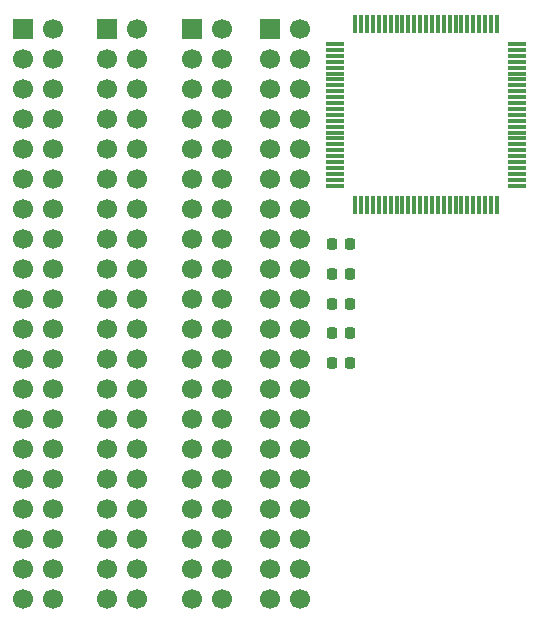
<source format=gts>
%TF.GenerationSoftware,KiCad,Pcbnew,9.0.3*%
%TF.CreationDate,2025-08-17T12:54:53+10:00*%
%TF.ProjectId,auto,6175746f-2e6b-4696-9361-645f70636258,rev?*%
%TF.SameCoordinates,Original*%
%TF.FileFunction,Soldermask,Top*%
%TF.FilePolarity,Negative*%
%FSLAX46Y46*%
G04 Gerber Fmt 4.6, Leading zero omitted, Abs format (unit mm)*
G04 Created by KiCad (PCBNEW 9.0.3) date 2025-08-17 12:54:53*
%MOMM*%
%LPD*%
G01*
G04 APERTURE LIST*
G04 Aperture macros list*
%AMRoundRect*
0 Rectangle with rounded corners*
0 $1 Rounding radius*
0 $2 $3 $4 $5 $6 $7 $8 $9 X,Y pos of 4 corners*
0 Add a 4 corners polygon primitive as box body*
4,1,4,$2,$3,$4,$5,$6,$7,$8,$9,$2,$3,0*
0 Add four circle primitives for the rounded corners*
1,1,$1+$1,$2,$3*
1,1,$1+$1,$4,$5*
1,1,$1+$1,$6,$7*
1,1,$1+$1,$8,$9*
0 Add four rect primitives between the rounded corners*
20,1,$1+$1,$2,$3,$4,$5,0*
20,1,$1+$1,$4,$5,$6,$7,0*
20,1,$1+$1,$6,$7,$8,$9,0*
20,1,$1+$1,$8,$9,$2,$3,0*%
G04 Aperture macros list end*
%ADD10R,1.700000X1.700000*%
%ADD11C,1.700000*%
%ADD12RoundRect,0.225000X-0.225000X-0.250000X0.225000X-0.250000X0.225000X0.250000X-0.225000X0.250000X0*%
%ADD13RoundRect,0.075000X-0.725000X-0.075000X0.725000X-0.075000X0.725000X0.075000X-0.725000X0.075000X0*%
%ADD14RoundRect,0.075000X-0.075000X-0.725000X0.075000X-0.725000X0.075000X0.725000X-0.075000X0.725000X0*%
G04 APERTURE END LIST*
D10*
%TO.C,J4*%
X138460000Y-46240000D03*
D11*
X141000000Y-46240000D03*
X138460000Y-48780000D03*
X141000000Y-48780000D03*
X138460000Y-51320000D03*
X141000000Y-51320000D03*
X138460000Y-53860000D03*
X141000000Y-53860000D03*
X138460000Y-56400000D03*
X141000000Y-56400000D03*
X138460000Y-58940000D03*
X141000000Y-58940000D03*
X138460000Y-61480000D03*
X141000000Y-61480000D03*
X138460000Y-64020000D03*
X141000000Y-64020000D03*
X138460000Y-66560000D03*
X141000000Y-66560000D03*
X138460000Y-69100000D03*
X141000000Y-69100000D03*
X138460000Y-71640000D03*
X141000000Y-71640000D03*
X138460000Y-74180000D03*
X141000000Y-74180000D03*
X138460000Y-76720000D03*
X141000000Y-76720000D03*
X138460000Y-79260000D03*
X141000000Y-79260000D03*
X138460000Y-81800000D03*
X141000000Y-81800000D03*
X138460000Y-84340000D03*
X141000000Y-84340000D03*
X138460000Y-86880000D03*
X141000000Y-86880000D03*
X138460000Y-89420000D03*
X141000000Y-89420000D03*
X138460000Y-91960000D03*
X141000000Y-91960000D03*
X138460000Y-94500000D03*
X141000000Y-94500000D03*
%TD*%
D10*
%TO.C,J1*%
X117540000Y-46240000D03*
D11*
X120080000Y-46240000D03*
X117540000Y-48780000D03*
X120080000Y-48780000D03*
X117540000Y-51320000D03*
X120080000Y-51320000D03*
X117540000Y-53860000D03*
X120080000Y-53860000D03*
X117540000Y-56400000D03*
X120080000Y-56400000D03*
X117540000Y-58940000D03*
X120080000Y-58940000D03*
X117540000Y-61480000D03*
X120080000Y-61480000D03*
X117540000Y-64020000D03*
X120080000Y-64020000D03*
X117540000Y-66560000D03*
X120080000Y-66560000D03*
X117540000Y-69100000D03*
X120080000Y-69100000D03*
X117540000Y-71640000D03*
X120080000Y-71640000D03*
X117540000Y-74180000D03*
X120080000Y-74180000D03*
X117540000Y-76720000D03*
X120080000Y-76720000D03*
X117540000Y-79260000D03*
X120080000Y-79260000D03*
X117540000Y-81800000D03*
X120080000Y-81800000D03*
X117540000Y-84340000D03*
X120080000Y-84340000D03*
X117540000Y-86880000D03*
X120080000Y-86880000D03*
X117540000Y-89420000D03*
X120080000Y-89420000D03*
X117540000Y-91960000D03*
X120080000Y-91960000D03*
X117540000Y-94500000D03*
X120080000Y-94500000D03*
%TD*%
D12*
%TO.C,C2*%
X143725000Y-66980000D03*
X145275000Y-66980000D03*
%TD*%
%TO.C,C1*%
X143725000Y-64470000D03*
X145275000Y-64470000D03*
%TD*%
%TO.C,C3*%
X143725000Y-69490000D03*
X145275000Y-69490000D03*
%TD*%
%TO.C,C1_2*%
X143725000Y-74510000D03*
X145275000Y-74510000D03*
%TD*%
D10*
%TO.C,J2*%
X124680000Y-46240000D03*
D11*
X127220000Y-46240000D03*
X124680000Y-48780000D03*
X127220000Y-48780000D03*
X124680000Y-51320000D03*
X127220000Y-51320000D03*
X124680000Y-53860000D03*
X127220000Y-53860000D03*
X124680000Y-56400000D03*
X127220000Y-56400000D03*
X124680000Y-58940000D03*
X127220000Y-58940000D03*
X124680000Y-61480000D03*
X127220000Y-61480000D03*
X124680000Y-64020000D03*
X127220000Y-64020000D03*
X124680000Y-66560000D03*
X127220000Y-66560000D03*
X124680000Y-69100000D03*
X127220000Y-69100000D03*
X124680000Y-71640000D03*
X127220000Y-71640000D03*
X124680000Y-74180000D03*
X127220000Y-74180000D03*
X124680000Y-76720000D03*
X127220000Y-76720000D03*
X124680000Y-79260000D03*
X127220000Y-79260000D03*
X124680000Y-81800000D03*
X127220000Y-81800000D03*
X124680000Y-84340000D03*
X127220000Y-84340000D03*
X124680000Y-86880000D03*
X127220000Y-86880000D03*
X124680000Y-89420000D03*
X127220000Y-89420000D03*
X124680000Y-91960000D03*
X127220000Y-91960000D03*
X124680000Y-94500000D03*
X127220000Y-94500000D03*
%TD*%
D13*
%TO.C,U1*%
X144000000Y-47500000D03*
X144000000Y-48000000D03*
X144000000Y-48500000D03*
X144000000Y-49000000D03*
X144000000Y-49500000D03*
X144000000Y-50000000D03*
X144000000Y-50500000D03*
X144000000Y-51000000D03*
X144000000Y-51500000D03*
X144000000Y-52000000D03*
X144000000Y-52500000D03*
X144000000Y-53000000D03*
X144000000Y-53500000D03*
X144000000Y-54000000D03*
X144000000Y-54500000D03*
X144000000Y-55000000D03*
X144000000Y-55500000D03*
X144000000Y-56000000D03*
X144000000Y-56500000D03*
X144000000Y-57000000D03*
X144000000Y-57500000D03*
X144000000Y-58000000D03*
X144000000Y-58500000D03*
X144000000Y-59000000D03*
X144000000Y-59500000D03*
D14*
X145675000Y-61175000D03*
X146175000Y-61175000D03*
X146675000Y-61175000D03*
X147175000Y-61175000D03*
X147675000Y-61175000D03*
X148175000Y-61175000D03*
X148675000Y-61175000D03*
X149175000Y-61175000D03*
X149675000Y-61175000D03*
X150175000Y-61175000D03*
X150675000Y-61175000D03*
X151175000Y-61175000D03*
X151675000Y-61175000D03*
X152175000Y-61175000D03*
X152675000Y-61175000D03*
X153175000Y-61175000D03*
X153675000Y-61175000D03*
X154175000Y-61175000D03*
X154675000Y-61175000D03*
X155175000Y-61175000D03*
X155675000Y-61175000D03*
X156175000Y-61175000D03*
X156675000Y-61175000D03*
X157175000Y-61175000D03*
X157675000Y-61175000D03*
D13*
X159350000Y-59500000D03*
X159350000Y-59000000D03*
X159350000Y-58500000D03*
X159350000Y-58000000D03*
X159350000Y-57500000D03*
X159350000Y-57000000D03*
X159350000Y-56500000D03*
X159350000Y-56000000D03*
X159350000Y-55500000D03*
X159350000Y-55000000D03*
X159350000Y-54500000D03*
X159350000Y-54000000D03*
X159350000Y-53500000D03*
X159350000Y-53000000D03*
X159350000Y-52500000D03*
X159350000Y-52000000D03*
X159350000Y-51500000D03*
X159350000Y-51000000D03*
X159350000Y-50500000D03*
X159350000Y-50000000D03*
X159350000Y-49500000D03*
X159350000Y-49000000D03*
X159350000Y-48500000D03*
X159350000Y-48000000D03*
X159350000Y-47500000D03*
D14*
X157675000Y-45825000D03*
X157175000Y-45825000D03*
X156675000Y-45825000D03*
X156175000Y-45825000D03*
X155675000Y-45825000D03*
X155175000Y-45825000D03*
X154675000Y-45825000D03*
X154175000Y-45825000D03*
X153675000Y-45825000D03*
X153175000Y-45825000D03*
X152675000Y-45825000D03*
X152175000Y-45825000D03*
X151675000Y-45825000D03*
X151175000Y-45825000D03*
X150675000Y-45825000D03*
X150175000Y-45825000D03*
X149675000Y-45825000D03*
X149175000Y-45825000D03*
X148675000Y-45825000D03*
X148175000Y-45825000D03*
X147675000Y-45825000D03*
X147175000Y-45825000D03*
X146675000Y-45825000D03*
X146175000Y-45825000D03*
X145675000Y-45825000D03*
%TD*%
D10*
%TO.C,J3*%
X131820000Y-46240000D03*
D11*
X134360000Y-46240000D03*
X131820000Y-48780000D03*
X134360000Y-48780000D03*
X131820000Y-51320000D03*
X134360000Y-51320000D03*
X131820000Y-53860000D03*
X134360000Y-53860000D03*
X131820000Y-56400000D03*
X134360000Y-56400000D03*
X131820000Y-58940000D03*
X134360000Y-58940000D03*
X131820000Y-61480000D03*
X134360000Y-61480000D03*
X131820000Y-64020000D03*
X134360000Y-64020000D03*
X131820000Y-66560000D03*
X134360000Y-66560000D03*
X131820000Y-69100000D03*
X134360000Y-69100000D03*
X131820000Y-71640000D03*
X134360000Y-71640000D03*
X131820000Y-74180000D03*
X134360000Y-74180000D03*
X131820000Y-76720000D03*
X134360000Y-76720000D03*
X131820000Y-79260000D03*
X134360000Y-79260000D03*
X131820000Y-81800000D03*
X134360000Y-81800000D03*
X131820000Y-84340000D03*
X134360000Y-84340000D03*
X131820000Y-86880000D03*
X134360000Y-86880000D03*
X131820000Y-89420000D03*
X134360000Y-89420000D03*
X131820000Y-91960000D03*
X134360000Y-91960000D03*
X131820000Y-94500000D03*
X134360000Y-94500000D03*
%TD*%
D12*
%TO.C,C1_1*%
X143725000Y-72000000D03*
X145275000Y-72000000D03*
%TD*%
M02*

</source>
